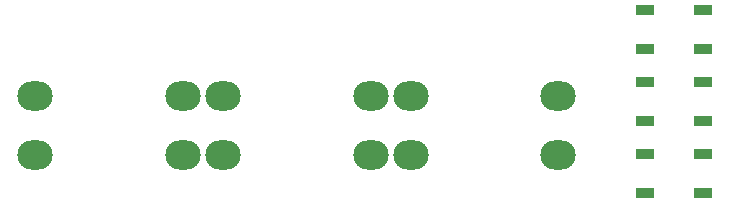
<source format=gbr>
%TF.GenerationSoftware,KiCad,Pcbnew,7.0.9*%
%TF.CreationDate,2023-12-11T16:57:09+09:00*%
%TF.ProjectId,IO_Board,494f5f42-6f61-4726-942e-6b696361645f,rev?*%
%TF.SameCoordinates,Original*%
%TF.FileFunction,Soldermask,Top*%
%TF.FilePolarity,Negative*%
%FSLAX46Y46*%
G04 Gerber Fmt 4.6, Leading zero omitted, Abs format (unit mm)*
G04 Created by KiCad (PCBNEW 7.0.9) date 2023-12-11 16:57:09*
%MOMM*%
%LPD*%
G01*
G04 APERTURE LIST*
%ADD10O,3.000000X2.500000*%
%ADD11R,1.500000X0.900000*%
G04 APERTURE END LIST*
D10*
%TO.C,SW3*%
X162179000Y-91440000D03*
X174679000Y-91440000D03*
X174679000Y-86440000D03*
X162179000Y-86440000D03*
%TD*%
%TO.C,SW2*%
X146277000Y-91440000D03*
X158777000Y-91440000D03*
X158777000Y-86440000D03*
X146277000Y-86440000D03*
%TD*%
%TO.C,SW1*%
X130375000Y-91440000D03*
X142875000Y-91440000D03*
X142875000Y-86440000D03*
X130375000Y-86440000D03*
%TD*%
D11*
%TO.C,D3*%
X182044000Y-91314000D03*
X182044000Y-94614000D03*
X186944000Y-94614000D03*
X186944000Y-91314000D03*
%TD*%
%TO.C,D2*%
X182044000Y-85218000D03*
X182044000Y-88518000D03*
X186944000Y-88518000D03*
X186944000Y-85218000D03*
%TD*%
%TO.C,D1*%
X182044000Y-79106000D03*
X182044000Y-82406000D03*
X186944000Y-82406000D03*
X186944000Y-79106000D03*
%TD*%
M02*

</source>
